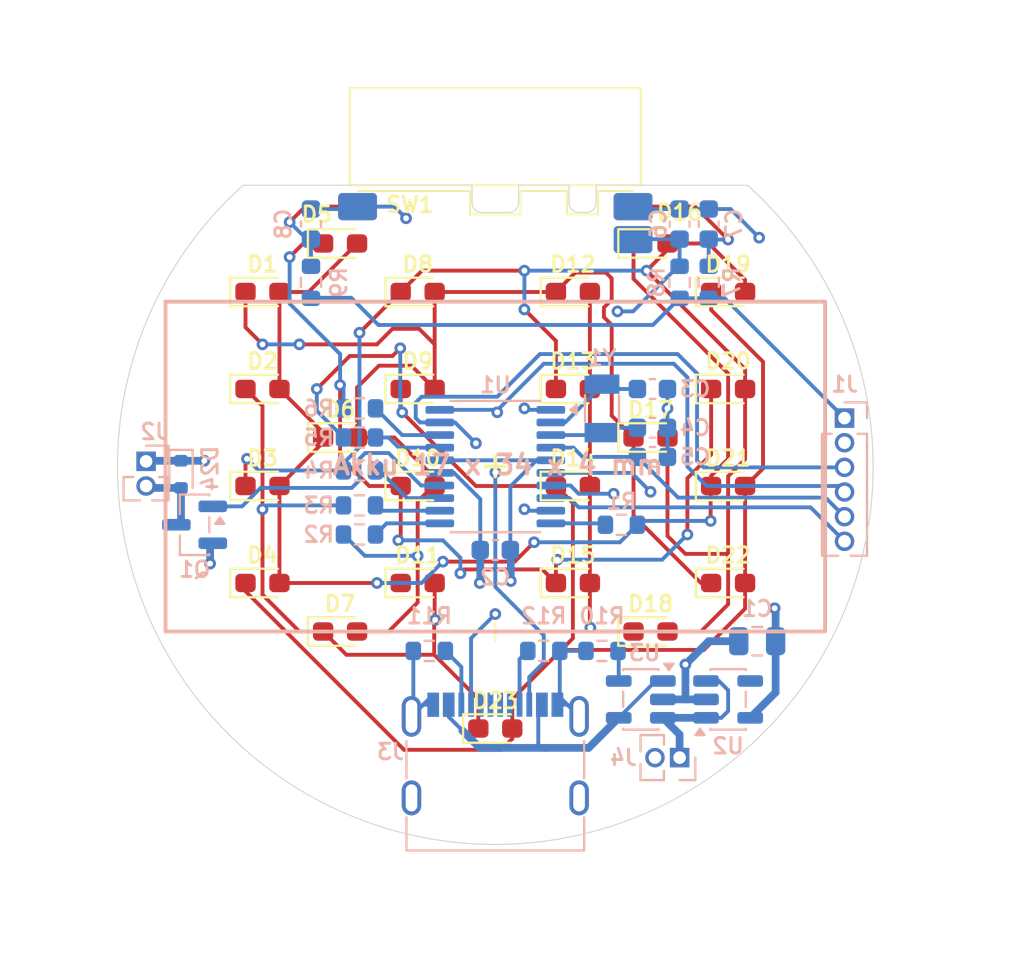
<source format=kicad_pcb>
(kicad_pcb (version 20241229) (generator "pcbnew") (generator_version "9.0")
  (title_block (title "LED Timer 2") (date "2025-10-19") (rev "0") (comment 1 "MEgli"))
  (layers (0 "F.Cu" signal) (4 "In1.Cu" signal) (6 "In2.Cu" signal) (2 "B.Cu" signal) (13 "F.Paste" user) (15 "B.Paste" user) (5 "F.SilkS" user "F.Silkscreen") (7 "B.SilkS" user "B.Silkscreen") (1 "F.Mask" user) (3 "B.Mask" user) (25 "Edge.Cuts" user))
  (net 0 "")
  (net 1 "Net-(D1-A)")
  (net 2 "Net-(D1-K)")
  (net 3 "Net-(D11-A)")
  (net 4 "Net-(D13-K)")
  (net 5 "Net-(D14-K)")
  (net 6 "Net-(D10-K)")
  (net 7 "VCC")
  (net 8 "GND")
  (net 9 "Net-(U1-PC14)")
  (net 10 "Net-(U1-PC15)")
  (net 11 "RST")
  (net 12 "ENC_B")
  (net 13 "ENC_A")
  (net 14 "ENC_BTN")
  (net 15 "+BATT")
  (net 16 "Net-(D24-A)")
  (net 17 "LPUART_TX")
  (net 18 "SWCLK")
  (net 19 "SWDIO")
  (net 20 "VIBRA")
  (net 21 "P1")
  (net 22 "P2")
  (net 23 "P3")
  (net 24 "P4")
  (net 25 "P5")
  (net 26 "P6")
  (net 29 "Net-(U3-CE)")
  (net 31 "Net-(J3-CC1)")
  (net 34 "Net-(J3-CC2)")
  (net 35 "Net-(U3-PROG)")
  (footprint "LED_SMD:LED_0603_1608Metric_Pad1.05x0.95mm_HandSolder" (layer "F.Cu") (at 158 100)
    (property "Reference" "D18")
    (property "Value" "LED")
  )
  (footprint "LED_SMD:LED_0603_1608Metric_Pad1.05x0.95mm_HandSolder" (layer "F.Cu") (at 142 90)
    (property "Reference" "D6")
    (property "Value" "LED")
  )
  (footprint "LED_SMD:LED_0603_1608Metric_Pad1.05x0.95mm_HandSolder" (layer "F.Cu") (at 154 87.5)
    (property "Reference" "D13")
    (property "Value" "LED")
  )
  (footprint "LED_SMD:LED_0603_1608Metric_Pad1.05x0.95mm_HandSolder" (layer "F.Cu") (at 154 92.5)
    (property "Reference" "D14")
    (property "Value" "LED")
  )
  (footprint "LED_SMD:LED_0603_1608Metric_Pad1.05x0.95mm_HandSolder" (layer "F.Cu") (at 138 82.5)
    (property "Reference" "D1")
    (property "Value" "LED")
  )
  (footprint "LED_SMD:LED_0603_1608Metric_Pad1.05x0.95mm_HandSolder" (layer "F.Cu") (at 162 82.5)
    (property "Reference" "D19")
    (property "Value" "LED")
  )
  (footprint "LED_SMD:LED_0603_1608Metric_Pad1.05x0.95mm_HandSolder" (layer "F.Cu") (at 150 105)
    (property "Reference" "D23")
    (property "Value" "LED")
  )
  (footprint "LT2:rotary_encoder_PEC11S-929K" (layer "F.Cu") (at 150 77)
    (property "Reference" "SW1")
    (property "Value" "RotaryEncoder_Switch")
  )
  (footprint "LED_SMD:LED_0603_1608Metric_Pad1.05x0.95mm_HandSolder" (layer "F.Cu") (at 146 97.5)
    (property "Reference" "D11")
    (property "Value" "LED")
  )
  (footprint "LED_SMD:LED_0603_1608Metric_Pad1.05x0.95mm_HandSolder" (layer "F.Cu") (at 158 90)
    (property "Reference" "D17")
    (property "Value" "LED")
  )
  (footprint "LED_SMD:LED_0603_1608Metric_Pad1.05x0.95mm_HandSolder" (layer "F.Cu") (at 158 80)
    (property "Reference" "D16")
    (property "Value" "LED")
  )
  (footprint "LED_SMD:LED_0603_1608Metric_Pad1.05x0.95mm_HandSolder" (layer "F.Cu") (at 146 82.5)
    (property "Reference" "D8")
    (property "Value" "LED")
  )
  (footprint "LED_SMD:LED_0603_1608Metric_Pad1.05x0.95mm_HandSolder" (layer "F.Cu") (at 138 92.5)
    (property "Reference" "D3")
    (property "Value" "LED")
  )
  (footprint "LED_SMD:LED_0603_1608Metric_Pad1.05x0.95mm_HandSolder" (layer "F.Cu") (at 162 97.5)
    (property "Reference" "D22")
    (property "Value" "LED")
  )
  (footprint "LED_SMD:LED_0603_1608Metric_Pad1.05x0.95mm_HandSolder" (layer "F.Cu") (at 162 92.5)
    (property "Reference" "D21")
    (property "Value" "LED")
  )
  (footprint "LED_SMD:LED_0603_1608Metric_Pad1.05x0.95mm_HandSolder" (layer "F.Cu") (at 138 97.5)
    (property "Reference" "D4")
    (property "Value" "LED")
  )
  (footprint "LED_SMD:LED_0603_1608Metric_Pad1.05x0.95mm_HandSolder" (layer "F.Cu") (at 162 87.5)
    (property "Reference" "D20")
    (property "Value" "LED")
  )
  (footprint "LED_SMD:LED_0603_1608Metric_Pad1.05x0.95mm_HandSolder" (layer "F.Cu") (at 142 100)
    (property "Reference" "D7")
    (property "Value" "LED")
  )
  (footprint "LED_SMD:LED_0603_1608Metric_Pad1.05x0.95mm_HandSolder" (layer "F.Cu") (at 154 82.5)
    (property "Reference" "D12")
    (property "Value" "LED")
  )
  (footprint "LED_SMD:LED_0603_1608Metric_Pad1.05x0.95mm_HandSolder" (layer "F.Cu") (at 146 92.5)
    (property "Reference" "D10")
    (property "Value" "LED")
  )
  (footprint "LED_SMD:LED_0603_1608Metric_Pad1.05x0.95mm_HandSolder" (layer "F.Cu") (at 138 87.5)
    (property "Reference" "D2")
    (property "Value" "LED")
  )
  (footprint "LED_SMD:LED_0603_1608Metric_Pad1.05x0.95mm_HandSolder" (layer "F.Cu") (at 142 80)
    (property "Reference" "D5")
    (property "Value" "LED")
  )
  (footprint "LED_SMD:LED_0603_1608Metric_Pad1.05x0.95mm_HandSolder" (layer "F.Cu") (at 154 97.5)
    (property "Reference" "D15")
    (property "Value" "LED")
  )
  (footprint "LED_SMD:LED_0603_1608Metric_Pad1.05x0.95mm_HandSolder" (layer "F.Cu") (at 146 87.5)
    (property "Reference" "D9")
    (property "Value" "LED")
  )
  (footprint "Resistor_SMD:R_0603_1608Metric" (layer "B.Cu") (at 155.5 101)
    (property "Reference" "R10")
    (property "Value" "10k")
  )
  (footprint "Resistor_SMD:R_0603_1608Metric" (layer "B.Cu") (at 152.5 101 180)
    (property "Reference" "R12")
    (property "Value" "5k1")
  )
  (footprint "Package_SO:TSSOP-20_4.4x6.5mm_P0.65mm" (layer "B.Cu") (at 150 91.5 180)
    (property "Reference" "U1")
    (property "Value" "STM32L031F6Px")
  )
  (footprint "Package_TO_SOT_SMD:SOT-23" (layer "B.Cu") (at 134.5 94.5 180)
    (property "Reference" "Q1")
    (property "Value" "2N7002")
  )
  (footprint "Connector_PinHeader_1.27mm:PinHeader_1x02_P1.27mm_Vertical" (layer "B.Cu") (at 159.5 106.5 90)
    (property "Reference" "J4")
    (property "Value" "Conn_01x02_Socket")
  )
  (footprint "Crystal:Crystal_SMD_3215-2Pin_3.2x1.5mm" (layer "B.Cu") (at 155.5 88.5 -90)
    (property "Reference" "Y1")
    (property "Value" "32kHz")
  )
  (footprint "Package_TO_SOT_SMD:SOT-23-5" (layer "B.Cu") (at 157.5 103.5 180)
    (property "Reference" "U3")
    (property "Value" "MCP73812T-420I-OT")
  )
  (footprint "Resistor_SMD:R_0603_1608Metric" (layer "B.Cu") (at 156.5 94.5)
    (property "Reference" "R1")
    (property "Value" "470R")
  )
  (footprint "Connector_USB:USB_C_Receptacle_G-Switch_GT-USB-7010ASV" (layer "B.Cu") (at 150 107.5 180)
    (property "Reference" "J3")
    (property "Value" "USB_C_Receptacle_USB2.0_16P")
  )
  (footprint "Capacitor_SMD:C_0603_1608Metric" (layer "B.Cu") (at 140.5 79 -90)
    (property "Reference" "C8")
    (property "Value" "1nF")
  )
  (footprint "Resistor_SMD:R_0603_1608Metric" (layer "B.Cu") (at 143 93.5 180)
    (property "Reference" "R3")
    (property "Value" "470R")
  )
  (footprint "Connector_PinHeader_1.27mm:PinHeader_1x02_P1.27mm_Vertical" (layer "B.Cu") (at 132 91.23 180)
    (property "Reference" "J2")
    (property "Value" "Conn_01x02_Socket")
  )
  (footprint "Capacitor_SMD:C_0603_1608Metric" (layer "B.Cu") (at 158.1 87.5 180)
    (property "Reference" "C3")
    (property "Value" "12pF")
  )
  (footprint "Capacitor_SMD:C_0603_1608Metric" (layer "B.Cu") (at 159.5 79 -90)
    (property "Reference" "C6")
    (property "Value" "1nF")
  )
  (footprint "Capacitor_SMD:C_0603_1608Metric" (layer "B.Cu") (at 161 79 -90)
    (property "Reference" "C7")
    (property "Value" "1nF")
  )
  (footprint "Resistor_SMD:R_0603_1608Metric" (layer "B.Cu") (at 143 88.5 180)
    (property "Reference" "R6")
    (property "Value" "470R")
  )
  (footprint "Resistor_SMD:R_0603_1608Metric" (layer "B.Cu") (at 161 82 90)
    (property "Reference" "R7")
    (property "Value" "100k")
  )
  (footprint "Resistor_SMD:R_0603_1608Metric" (layer "B.Cu") (at 143 90 180)
    (property "Reference" "R5")
    (property "Value" "470R")
  )
  (footprint "Capacitor_SMD:C_0603_1608Metric" (layer "B.Cu") (at 158.1 91)
    (property "Reference" "C5")
    (property "Value" "1nF")
  )
  (footprint "Connector_PinHeader_1.27mm:PinHeader_1x06_P1.27mm_Vertical" (layer "B.Cu") (at 168 89 180)
    (property "Reference" "J1")
    (property "Value" "Conn_01x06_Socket")
  )
  (footprint "Resistor_SMD:R_0603_1608Metric" (layer "B.Cu") (at 159.5 82 90)
    (property "Reference" "R8")
    (property "Value" "100k")
  )
  (footprint "Diode_SMD:D_SOD-523" (layer "B.Cu") (at 133.8 91.9 -90)
    (property "Reference" "D24")
    (property "Value" "1N914WT")
  )
  (footprint "Package_TO_SOT_SMD:SOT-23-5" (layer "B.Cu") (at 162 103.5)
    (property "Reference" "U2")
    (property "Value" "MCP1711-300/OT_SOT23-5")
  )
  (footprint "Resistor_SMD:R_0603_1608Metric" (layer "B.Cu") (at 143 95 180)
    (property "Reference" "R2")
    (property "Value" "470R")
  )
  (footprint "Resistor_SMD:R_0603_1608Metric" (layer "B.Cu") (at 143 91.7 180)
    (property "Reference" "R4")
    (property "Value" "470R")
  )
  (footprint "Resistor_SMD:R_0603_1608Metric" (layer "B.Cu") (at 146.6 101)
    (property "Reference" "R11")
    (property "Value" "5k1")
  )
  (footprint "Capacitor_SMD:C_0603_1608Metric" (layer "B.Cu") (at 150 95.8 180)
    (property "Reference" "C2")
    (property "Value" "100nF")
  )
  (footprint "Resistor_SMD:R_0603_1608Metric" (layer "B.Cu") (at 140.5 82 90)
    (property "Reference" "R9")
    (property "Value" "100k")
  )
  (footprint "Capacitor_SMD:C_0603_1608Metric" (layer "B.Cu") (at 158.1 89.5 180)
    (property "Reference" "C4")
    (property "Value" "12pF")
  )
  (footprint "Capacitor_SMD:C_0805_2012Metric" (layer "B.Cu") (at 163.5 100.5 180)
    (property "Reference" "C1")
    (property "Value" "10uF")
  )
  (gr_line (start 149.5 100) (end 150.5 100) (stroke (width 0.1)) (layer "F.SilkS"))
  (gr_rect (start 142.5 72) (end 157.5 77) (stroke (width 0.1)) (fill no) (layer "F.SilkS"))
  (gr_line (start 150 92) (end 150 91) (stroke (width 0.2)) (layer "F.SilkS"))
  (gr_line (start 150 100.5) (end 150 99.5) (stroke (width 0.1)) (layer "F.SilkS"))
  (gr_line (start 150.5 91.5) (end 149.5 91.5) (stroke (width 0.2)) (layer "F.SilkS"))
  (gr_rect (start 133 83) (end 167 100) (stroke (width 0.2)) (fill no) (layer "B.SilkS"))
  (gr_line (start 153.8 77) (end 151.2 77) (stroke (width 0.05)) (layer "Edge.Cuts"))
  (gr_arc (start 163 77.000001) (mid 150 110.974341) (end 137.000001 77.000001) (stroke (width 0.05)) (layer "Edge.Cuts"))
  (gr_line (start 153.8 77) (end 153.8 77.9) (stroke (width 0.05)) (layer "Edge.Cuts"))
  (gr_line (start 148.8 77) (end 148.8 77.9) (stroke (width 0.05)) (layer "Edge.Cuts"))
  (gr_arc (start 154.3 78.4) (mid 153.946447 78.253553) (end 153.8 77.9) (stroke (width 0.05)) (layer "Edge.Cuts"))
  (gr_arc (start 151.2 77.9) (mid 151.053553 78.253553) (end 150.7 78.4) (stroke (width 0.05)) (layer "Edge.Cuts"))
  (gr_line (start 149.3 78.4) (end 150.7 78.4) (stroke (width 0.05)) (layer "Edge.Cuts"))
  (gr_line (start 151.2 77.9) (end 151.2 77) (stroke (width 0.05)) (layer "Edge.Cuts"))
  (gr_arc (start 149.3 78.4) (mid 148.946447 78.253553) (end 148.8 77.9) (stroke (width 0.05)) (layer "Edge.Cuts"))
  (gr_arc (start 155.2 77.9) (mid 155.053553 78.253553) (end 154.7 78.4) (stroke (width 0.05)) (layer "Edge.Cuts"))
  (gr_line (start 155.2 77.9) (end 155.2 77) (stroke (width 0.05)) (layer "Edge.Cuts"))
  (gr_line (start 163 77) (end 155.2 77) (stroke (width 0.05)) (layer "Edge.Cuts"))
  (gr_line (start 154.3 78.4) (end 154.7 78.4) (stroke (width 0.05)) (layer "Edge.Cuts"))
  (gr_line (start 148.8 77) (end 137 77) (stroke (width 0.05)) (layer "Edge.Cuts"))
  (gr_text "Akku 17 x 34 x 4 mm" (at 141.5 92 0) (layer "B.SilkS") (effects (font (size 1 1) (thickness 0.2)) (justify left bottom)))
  (segment (start 138.875 97.5) (end 138.875 92.5) (width 0.2) (layer "F.Cu") (net 1))
  (segment (start 141.125 90) (end 141.125 90.25) (width 0.2) (layer "F.Cu") (net 1))
  (segment (start 161.1 94.3) (end 161.1 92.525) (width 0.2) (layer "F.Cu") (net 1))
  (segment (start 162 86.7) (end 157.125 81.825) (width 0.2) (layer "F.Cu") (net 1))
  (segment (start 151 96.4) (end 152 95.4) (width 0.2) (layer "F.Cu") (net 1))
  (segment (start 162 91.1) (end 162 86.7) (width 0.2) (layer "F.Cu") (net 1))
  (segment (start 161.125 92.5) (end 161.125 91.975) (width 0.2) (layer "F.Cu") (net 1))
  (segment (start 147.3 96.4) (end 151 96.4) (width 0.2) (layer "F.Cu") (net 1))
  (segment (start 140.375 82.5) (end 138.875 82.5) (width 0.2) (layer "F.Cu") (net 1))
  (segment (start 138.875 87.5) (end 138.875 82.5) (width 0.2) (layer "F.Cu") (net 1))
  (segment (start 141.125 89.75) (end 141.125 90) (width 0.2) (layer "F.Cu") (net 1))
  (segment (start 141.125 90.25) (end 138.875 92.5) (width 0.2) (layer "F.Cu") (net 1))
  (segment (start 145.125 97.5) (end 138.875 97.5) (width 0.2) (layer "F.Cu") (net 1))
  (segment (start 142.875 80) (end 140.375 82.5) (width 0.2) (layer "F.Cu") (net 1))
  (segment (start 138.875 87.5) (end 141.125 89.75) (width 0.2) (layer "F.Cu") (net 1))
  (segment (start 161.1 92.525) (end 161.125 92.5) (width 0.2) (layer "F.Cu") (net 1))
  (segment (start 157.125 81.825) (end 157.125 80) (width 0.2) (layer "F.Cu") (net 1))
  (segment (start 161.125 91.975) (end 162 91.1) (width 0.2) (layer "F.Cu") (net 1))
  (via (at 147.3 96.4) (size 0.6) (drill 0.3) (layers "F.Cu" "B.Cu") (net 1))
  (via (at 152 95.4) (size 0.6) (drill 0.3) (layers "F.Cu" "B.Cu") (net 1))
  (via (at 161.1 94.3) (size 0.6) (drill 0.3) (layers "F.Cu" "B.Cu") (net 1))
  (via (at 143.9 97.5) (size 0.6) (drill 0.3) (layers "F.Cu" "B.Cu") (net 1))
  (segment (start 156.425 95.4) (end 155.3 95.4) (width 0.2) (layer "B.Cu") (net 1))
  (segment (start 157.325 94.5) (end 156.425 95.4) (width 0.2) (layer "B.Cu") (net 1))
  (segment (start 147.3 96.4) (end 146.2 97.5) (width 0.2) (layer "B.Cu") (net 1))
  (segment (start 146.2 97.5) (end 143.9 97.5) (width 0.2) (layer "B.Cu") (net 1))
  (segment (start 155.3 95.4) (end 152 95.4) (width 0.2) (layer "B.Cu") (net 1))
  (segment (start 161.1 94.3) (end 157.525 94.3) (width 0.2) (layer "B.Cu") (net 1))
  (segment (start 157.525 94.3) (end 157.325 94.5) (width 0.2) (layer "B.Cu") (net 1))
  (segment (start 146.875 87.5) (end 145.675 86.3) (width 0.2) (layer "F.Cu") (net 2))
  (segment (start 144.7 84.4) (end 146.075 84.4) (width 0.2) (layer "F.Cu") (net 2))
  (segment (start 156 88.875) (end 157.125 90) (width 0.2) (layer "F.Cu") (net 2))
  (segment (start 146.875 82.5) (end 146.875 85.2) (width 0.2) (layer "F.Cu") (net 2))
  (segment (start 156 81.8) (end 156 82.9) (width 0.2) (layer "F.Cu") (net 2))
  (segment (start 146.875 92.5) (end 146.875 92.075) (width 0.2) (layer "F.Cu") (net 2))
  (segment (start 153.125 82.5) (end 146.875 82.5) (width 0.2) (layer "F.Cu") (net 2))
  (segment (start 146.075 84.4) (end 146.875 85.2) (width 0.2) (layer "F.Cu") (net 2))
  (segment (start 144.8 90) (end 142.875 90) (width 0.2) (layer "F.Cu") (net 2))
  (segment (start 155.7 81.5) (end 156 81.8) (width 0.2) (layer "F.Cu") (net 2))
  (segment (start 153.125 82.5) (end 154.125 81.5) (width 0.2) (layer "F.Cu") (net 2))
  (segment (start 142.875 87.425) (end 142.875 90) (width 0.2) (layer "F.Cu") (net 2))
  (segment (start 137.125 82.5) (end 137.125 84.325) (width 0.2) (layer "F.Cu") (net 2))
  (segment (start 142.875 100) (end 144.5 100) (width 0.2) (layer "F.Cu") (net 2))
  (segment (start 157.125 94.025) (end 157.125 90) (width 0.2) (layer "F.Cu") (net 2))
  (segment (start 146 98.5) (end 146 93.3) (width 0.2) (layer "F.Cu") (net 2))
  (segment (start 156 82.9) (end 155.6 83.3) (width 0.2) (layer "F.Cu") (net 2))
  (segment (start 154.125 81.5) (end 155.7 81.5) (width 0.2) (layer "F.Cu") (net 2))
  (segment (start 144.5 100) (end 146 98.5) (width 0.2) (layer "F.Cu") (net 2))
  (segment (start 156 84.2) (end 156 88.875) (width 0.2) (layer "F.Cu") (net 2))
  (segment (start 155.6 83.8) (end 156 84.2) (width 0.2) (layer "F.Cu") (net 2))
  (segment (start 139.9 85.2) (end 143.9 85.2) (width 0.2) (layer "F.Cu") (net 2))
  (segment (start 155.6 83.3) (end 155.6 83.8) (width 0.2) (layer "F.Cu") (net 2))
  (segment (start 144 86.3) (end 142.875 87.425) (width 0.2) (layer "F.Cu") (net 2))
  (segment (start 160.6 97.5) (end 157.125 94.025) (width 0.2) (layer "F.Cu") (net 2))
  (segment (start 146.875 92.075) (end 144.8 90) (width 0.2) (layer "F.Cu") (net 2))
  (segment (start 143.9 85.2) (end 144.7 84.4) (width 0.2) (layer "F.Cu") (net 2))
  (segment (start 145.675 86.3) (end 144 86.3) (width 0.2) (layer "F.Cu") (net 2))
  (segment (start 137.125 84.325) (end 138 85.2) (width 0.2) (layer "F.Cu") (net 2))
  (segment (start 146.875 85.2) (end 146.875 87.5) (width 0.2) (layer "F.Cu") (net 2))
  (segment (start 161.125 97.5) (end 160.6 97.5) (width 0.2) (layer "F.Cu") (net 2))
  (segment (start 146 93.3) (end 146.8 92.5) (width 0.2) (layer "F.Cu") (net 2))
  (segment (start 146.8 92.5) (end 146.875 92.5) (width 0.2) (layer "F.Cu") (net 2))
  (via (at 138 85.2) (size 0.6) (drill 0.3) (layers "F.Cu" "B.Cu") (net 2))
  (via (at 146 96.1) (size 0.6) (drill 0.3) (layers "F.Cu" "B.Cu") (net 2))
  (via (at 139.9 85.2) (size 0.6) (drill 0.3) (layers "F.Cu" "B.Cu") (net 2))
  (segment (start 142.175 95) (end 143.275 96.1) (width 0.2) (layer "B.Cu") (net 2))
  (segment (start 138 85.2) (end 139.9 85.2) (width 0.2) (layer "B.Cu") (net 2))
  (segment (start 143.275 96.1) (end 146 96.1) (width 0.2) (layer "B.Cu") (net 2))
  (segment (start 137.125 87.5) (end 138 88.375) (width 0.2) (layer "F.Cu") (net 3))
  (segment (start 155.1 100) (end 154.9 99.8) (width 0.2) (layer "F.Cu") (net 3))
  (segment (start 154.875 97.5) (end 154.875 99.775) (width 0.2) (layer "F.Cu") (net 3))
  (segment (start 149.125 103.475) (end 146.85 101.2) (width 0.2) (layer "F.Cu") (net 3))
  (segment (start 146.875 99.375) (end 146.9 99.4) (width 0.2) (layer "F.Cu") (net 3))
  (segment (start 154.875 97.5) (end 154.875 87.5) (width 0.2) (layer "F.Cu") (net 3))
  (segment (start 146.85 101.2) (end 146.85 99.45) (width 0.2) (layer "F.Cu") (net 3))
  (segment (start 139.9 100) (end 141.125 100) (width 0.2) (layer "F.Cu") (net 3))
  (segment (start 149.125 105) (end 149.125 103.475) (width 0.2) (layer "F.Cu") (net 3))
  (segment (start 138 88.375) (end 138 98.1) (width 0.2) (layer "F.Cu") (net 3))
  (segment (start 142.325 101.2) (end 146.85 101.2) (width 0.2) (layer "F.Cu") (net 3))
  (segment (start 157.125 100) (end 155.1 100) (width 0.2) (layer "F.Cu") (net 3))
  (segment (start 146.875 97.5) (end 146.875 99.375) (width 0.2) (layer "F.Cu") (net 3))
  (segment (start 154.875 99.775) (end 154.9 99.8) (width 0.2) (layer "F.Cu") (net 3))
  (segment (start 154.875 82.5) (end 154.875 87.5) (width 0.2) (layer "F.Cu") (net 3))
  (segment (start 138 98.1) (end 139.9 100) (width 0.2) (layer "F.Cu") (net 3))
  (segment (start 146.85 99.45) (end 146.9 99.4) (width 0.2) (layer "F.Cu") (net 3))
  (segment (start 141.125 100) (end 142.325 101.2) (width 0.2) (layer "F.Cu") (net 3))
  (via (at 146.9 99.4) (size 0.6) (drill 0.3) (layers "F.Cu" "B.Cu") (net 3))
  (via (at 154.9 99.8) (size 0.6) (drill 0.3) (layers "F.Cu" "B.Cu") (net 3))
  (via (at 138 93.7) (size 0.6) (drill 0.3) (layers "F.Cu" "B.Cu") (net 3))
  (segment (start 142.175 93.5) (end 138.2 93.5) (width 0.2) (layer "B.Cu") (net 3))
  (segment (start 138.2 93.5) (end 138 93.7) (width 0.2) (layer "B.Cu") (net 3))
  (segment (start 162 96) (end 159.8 96) (width 0.2) (layer "F.Cu") (net 4))
  (segment (start 158.875 95.075) (end 158.875 90) (width 0.2) (layer "F.Cu") (net 4))
  (segment (start 160.6 100) (end 158.875 100) (width 0.2) (layer "F.Cu") (net 4))
  (segment (start 137.125 92.5) (end 137.125 91.175) (width 0.2) (layer "F.Cu") (net 4))
  (segment (start 162 96) (end 162 98.6) (width 0.2) (layer "F.Cu") (net 4))
  (segment (start 162.875 87.5) (end 162.875 86.475) (width 0.2) (layer "F.Cu") (net 4))
  (segment (start 162.875 86.475) (end 158.875 82.475) (width 0.2) (layer "F.Cu") (net 4))
  (segment (start 158.875 82.475) (end 157.8 81.4) (width 0.2) (layer "F.Cu") (net 4))
  (segment (start 153.125 85.025) (end 151.5 83.4) (width 0.2) (layer "F.Cu") (net 4))
  (segment (start 143 84.6) (end 145.1 82.5) (width 0.2) (layer "F.Cu") (net 4))
  (segment (start 162.875 82.5) (end 162.875 81.875) (width 0.2) (layer "F.Cu") (net 4))
  (segment (start 159.8 96) (end 158.875 95.075) (width 0.2) (layer "F.Cu") (net 4))
  (segment (start 162.875 81.875) (end 161 80) (width 0.2) (layer "F.Cu") (net 4))
  (segment (start 158.875 80.325) (end 157.8 81.4) (width 0.2) (layer "F.Cu") (net 4))
  (segment (start 151.5 81.4) (end 146.225 81.4) (width 0.2) (layer "F.Cu") (net 4))
  (segment (start 162.875 87.5) (end 162.875 91.125) (width 0.2) (layer "F.Cu") (net 4))
  (segment (start 162.875 91.125) (end 162 92) (width 0.2) (layer "F.Cu") (net 4))
  (segment (start 146.225 81.4) (end 145.125 82.5) (width 0.2) (layer "F.Cu") (net 4))
  (segment (start 145.1 82.5) (end 145.125 82.5) (width 0.2) (layer "F.Cu") (net 4))
  (segment (start 137.125 91.175) (end 137.2 91.1) (width 0.2) (layer "F.Cu") (net 4))
  (segment (start 161 80) (end 158.875 80) (width 0.2) (layer "F.Cu") (net 4))
  (segment (start 158.875 80) (end 158.875 80.325) (width 0.2) (layer "F.Cu") (net 4))
  (segment (start 162 98.6) (end 160.6 100) (width 0.2) (layer "F.Cu") (net 4))
  (segment (start 153.125 87.5) (end 153.125 85.025) (width 0.2) (layer "F.Cu") (net 4))
  (segment (start 162 92) (end 162 96) (width 0.2) (layer "F.Cu") (net 4))
  (via (at 151.5 81.4) (size 0.6) (drill 0.3) (layers "F.Cu" "B.Cu") (net 4))
  (via (at 151.5 83.4) (size 0.6) (drill 0.3) (layers "F.Cu" "B.Cu") (net 4))
  (via (at 157.8 81.4) (size 0.6) (drill 0.3) (layers "F.Cu" "B.Cu") (net 4))
  (via (at 137.2 91.1) (size 0.6) (drill 0.3) (layers "F.Cu" "B.Cu") (net 4))
  (via (at 143 84.6) (size 0.6) (drill 0.3) (layers "F.Cu" "B.Cu") (net 4))
  (segment (start 142.175 91.7) (end 137.8 91.7) (width 0.2) (layer "B.Cu") (net 4))
  (segment (start 142.175 91.325) (end 142.175 91.7) (width 0.2) (layer "B.Cu") (net 4))
  (segment (start 137.8 91.7) (end 137.2 91.1) (width 0.2) (layer "B.Cu") (net 4))
  (segment (start 151.5 83.4) (end 151.5 81.4) (width 0.2) (layer "B.Cu") (net 4))
  (segment (start 143 84.6) (end 143 90.5) (width 0.2) (layer "B.Cu") (net 4))
  (segment (start 143 90.5) (end 142.175 91.325) (width 0.2) (layer "B.Cu") (net 4))
  (segment (start 151.5 81.4) (end 157.8 81.4) (width 0.2) (layer "B.Cu") (net 4))
  (segment (start 162.875 97.5) (end 162.875 98.825) (width 0.2) (layer "F.Cu") (net 5))
  (segment (start 145.3 106.1) (end 137.125 97.925) (width 0.2) (layer "F.Cu") (net 5))
  (segment (start 161.125 83.425) (end 163.8 86.1) (width 0.2) (layer "F.Cu") (net 5))
  (segment (start 150.875 105) (end 150.875 105.525) (width 0.2) (layer "F.Cu") (net 5))
  (segment (start 150.875 103.474943) (end 150.875 105) (width 0.2) (layer "F.Cu") (net 5))
  (segment (start 154 93.375) (end 154 100.349943) (width 0.2) (layer "F.Cu") (net 5))
  (segment (start 162.875 98.825) (end 160.750057 100.949943) (width 0.2) (layer "F.Cu") (net 5))
  (segment (start 162.9 92.5) (end 162.875 92.5) (width 0.2) (layer "F.Cu") (net 5))
  (segment (start 142.5 85.8) (end 144.7 85.8) (width 0.2) (layer "F.Cu") (net 5))
  (segment (start 161.125 82.5) (end 161.125 83.425) (width 0.2) (layer "F.Cu") (net 5))
  (segment (start 150.3 106.1) (end 145.3 106.1) (width 0.2) (layer "F.Cu") (net 5))
  (segment (start 149 92.5) (end 145.2 88.7) (width 0.2) (layer "F.Cu") (net 5))
  (segment (start 145.125 87.5) (end 145.125 88.625) (width 0.2) (layer "F.Cu") (net 5))
  (segment (start 154 100.349943) (end 153.4 100.949943) (width 0.2) (layer "F.Cu") (net 5))
  (segment (start 140.8 87.5) (end 142.5 85.8) (width 0.2) (layer "F.Cu") (net 5))
  (segment (start 144.7 85.8) (end 145.1 85.4) (width 0.2) (layer "F.Cu") (net 5))
  (segment (start 163.8 86.1) (end 163.8 91.6) (width 0.2) (layer "F.Cu") (net 5))
  (segment (start 162.875 97.5) (end 162.875 92.5) (width 0.2) (layer "F.Cu") (net 5))
  (segment (start 160.750057 100.949943) (end 153.4 100.949943) (width 0.2) (layer "F.Cu") (net 5))
  (segment (start 153.125 92.5) (end 149 92.5) (width 0.2) (layer "F.Cu") (net 5))
  (segment (start 153.4 100.949943) (end 150.875 103.474943) (width 0.2) (layer "F.Cu") (net 5))
  (segment (start 163.8 91.6) (end 162.9 92.5) (width 0.2) (layer "F.Cu") (net 5))
  (segment (start 153.125 92.5) (end 154 93.375) (width 0.2) (layer "F.Cu") (net 5))
  (segment (start 145.125 88.625) (end 145.2 88.7) (width 0.2) (layer "F.Cu") (net 5))
  (segment (start 150.875 105.525) (end 150.3 106.1) (width 0.2) (layer "F.Cu") (net 5))
  (segment (start 137.125 97.925) (end 137.125 97.5) (width 0.2) (layer "F.Cu") (net 5))
  (via (at 145.2 88.7) (size 0.6) (drill 0.3) (layers "F.Cu" "B.Cu") (net 5))
  (via (at 140.8 87.5) (size 0.6) (drill 0.3) (layers "F.Cu" "B.Cu") (net 5))
  (via (at 145.1 85.4) (size 0.6) (drill 0.3) (layers "F.Cu" "B.Cu") (net 5))
  (segment (start 140.8 88.625) (end 140.8 87.5) (width 0.2) (layer "B.Cu") (net 5))
  (segment (start 145.1 88.6) (end 145.2 88.7) (width 0.2) (layer "B.Cu") (net 5))
  (segment (start 145.1 85.4) (end 145.1 88.6) (width 0.2) (layer "B.Cu") (net 5))
  (segment (start 142.175 90) (end 140.8 88.625) (width 0.2) (layer "B.Cu") (net 5))
  (segment (start 161.125 90.875) (end 159.9 92.1) (width 0.2) (layer "F.Cu") (net 6))
  (segment (start 152.425 96.8) (end 153.125 97.5) (width 0.2) (layer "F.Cu") (net 6))
  (segment (start 153.125 96.375) (end 153.2 96.3) (width 0.2) (layer "F.Cu") (net 6))
  (segment (start 145.125 95.175) (end 145 95.3) (width 0.2) (layer "F.Cu") (net 6))
  (segment (start 145.125 92.5) (end 145.125 95.175) (width 0.2) (layer "F.Cu") (net 6))
  (segment (start 145.125 92.5) (end 143.5 92.5) (width 0.2) (layer "F.Cu") (net 6))
  (segment (start 140.1 80) (end 139.4 80.7) (width 0.2) (layer "F.Cu") (net 6))
  (segment (start 143.5 92.5) (end 142 91) (width 0.2) (layer "F.Cu") (net 6))
  (segment (start 142 91) (end 142 89.6) (width 0.2) (layer "F.Cu") (net 6))
  (segment (start 142 89.6) (end 142 87.3) (width 0.2) (layer "F.Cu") (net 6))
  (segment (start 148.2 97) (end 148.4 96.8) (width 0.2) (layer "F.Cu") (net 6))
  (segment (start 148.4 96.8) (end 152.425 96.8) (width 0.2) (layer "F.Cu") (net 6))
  (segment (start 161.125 87.5) (end 161.125 90.875) (width 0.2) (layer "F.Cu") (net 6))
  (segment (start 141.125 80) (end 140.1 80) (width 0.2) (layer "F.Cu") (net 6))
  (segment (start 153.125 97.5) (end 153.125 96.375) (width 0.2) (layer "F.Cu") (net 6))
  (segment (start 159.9 92.1) (end 159.9 95) (width 0.2) (layer "F.Cu") (net 6))
  (via (at 153.2 96.3) (size 0.6) (drill 0.3) (layers "F.Cu" "B.Cu") (net 6))
  (via (at 159.9 95) (size 0.6) (drill 0.3) (layers "F.Cu" "B.Cu") (net 6))
  (via (at 148.2 97) (size 0.6) (drill 0.3) (layers "F.Cu" "B.Cu") (net 6))
  (via (at 145 95.3) (size 0.6) (drill 0.3) (layers "F.Cu" "B.Cu") (net 6))
  (via (at 139.4 80.7) (size 0.6) (drill 0.3) (layers "F.Cu" "B.Cu") (net 6))
  (via (at 142 87.3) (size 0.6) (drill 0.3) (layers "F.Cu" "B.Cu") (net 6))
  (segment (start 158.6 96.3) (end 153.2 96.3) (width 0.2) (layer "B.Cu") (net 6))
  (segment (start 147.3 95.3) (end 145 95.3) (width 0.2) (layer "B.Cu") (net 6))
  (segment (start 142 85.7) (end 139.4 83.1) (width 0.2) (layer "B.Cu") (net 6))
  (segment (start 148.2 97) (end 148.2 96.2) (width 0.2) (layer "B.Cu") (net 6))
  (segment (start 159.9 95) (end 158.6 96.3) (width 0.2) (layer "B.Cu") (net 6))
  (segment (start 142.175 87.475) (end 142 87.3) (width 0.2) (layer "B.Cu") (net 6))
  (segment (start 148.2 96.2) (end 147.3 95.3) (width 0.2) (layer "B.Cu") (net 6))
  (segment (start 139.4 83.1) (end 139.4 80.7) (width 0.2) (layer "B.Cu") (net 6))
  (segment (start 142.175 88.5) (end 142.175 87.475) (width 0.2) (layer "B.Cu") (net 6))
  (segment (start 142 87.3) (end 142 85.7) (width 0.2) (layer "B.Cu") (net 6))
  (via (at 150.8 97.4) (size 0.6) (drill 0.3) (layers "F.Cu" "B.Cu") (net 7))
  (via (at 164.4 98.8) (size 0.6) (drill 0.3) (layers "F.Cu" "B.Cu") (net 7))
  (segment (start 158.125 84.2) (end 159.5 82.825) (width 0.2) (layer "B.Cu") (net 7))
  (segment (start 161 82.825) (end 161.825 82.825) (width 0.2) (layer "B.Cu") (net 7))
  (segment (start 140.5 82.825) (end 140.525 82.8) (width 0.2) (layer "B.Cu") (net 7))
  (segment (start 142.574971 82.8) (end 143.974971 84.2) (width 0.2) (layer "B.Cu") (net 7))
  (segment (start 150.775 95.8) (end 150.775 92.525001) (width 0.2) (layer "B.Cu") (net 7))
  (segment (start 147.1375 91.175) (end 152.8625 91.175) (width 0.2) (layer "B.Cu") (net 7))
  (segment (start 150.775 92.525001) (end 152.125001 91.175) (width 0.2) (layer "B.Cu") (net 7))
  (segment (start 159.5 82.825) (end 161 82.825) (width 0.2) (layer "B.Cu") (net 7))
  (segment (start 164.45 103.1375) (end 164.45 100.5) (width 0.4) (layer "B.Cu") (net 7))
  (segment (start 150.8 95.825) (end 150.775 95.8) (width 0.4) (layer "B.Cu") (net 7))
  (segment (start 163.1375 104.45) (end 164.45 103.1375) (width 0.4) (layer "B.Cu") (net 7))
  (segment (start 164.45 100.5) (end 164.45 98.85) (width 0.4) (layer "B.Cu") (net 7))
  (segment (start 161.825 82.825) (end 168 89) (width 0.2) (layer "B.Cu") (net 7))
  (segment (start 150.8 97.4) (end 150.8 95.825) (width 0.4) (layer "B.Cu") (net 7))
  (segment (start 140.525 82.8) (end 142.574971 82.8) (width 0.2) (layer "B.Cu") (net 7))
  (segment (start 164.45 98.85) (end 164.4 98.8) (width 0.4) (layer "B.Cu") (net 7))
  (segment (start 152.125001 91.175) (end 152.8625 91.175) (width 0.2) (layer "B.Cu") (net 7))
  (segment (start 143.974971 84.2) (end 158.125 84.2) (width 0.2) (layer "B.Cu") (net 7))
  (via (at 158.875 88.5) (size 0.6) (drill 0.3) (layers "F.Cu" "B.Cu") (net 8))
  (via (at 163.6 79.7) (size 0.6) (drill 0.3) (layers "F.Cu" "B.Cu") (net 8))
  (via (at 145.4 78.7) (size 0.6) (drill 0.3) (layers "F.Cu" "B.Cu") (net 8))
  (via (at 159.8 101.7) (size 0.6) (drill 0.3) (layers "F.Cu" "B.Cu") (net 8))
  (via (at 149.2 97.5) (size 0.6) (drill 0.3) (layers "F.Cu" "B.Cu") (net 8))
  (via (at 151.5 88.5) (size 0.6) (drill 0.3) (layers "F.Cu" "B.Cu") (net 8))
  (via (at 135.3 96.5) (size 0.6) (drill 0.3) (layers "F.Cu" "B.Cu") (net 8))
  (segment (start 161 78.225) (end 157.225 78.225) (width 0.2) (layer "B.Cu") (net 8))
  (segment (start 145.775 101) (end 145.775 104.28) (width 0.2) (layer "B.Cu") (net 8))
  (segment (start 135.4375 95.45) (end 135.3 95.5875) (width 0.2) (layer "B.Cu") (net 8))
  (segment (start 162.125 78.225) (end 163.6 79.7) (width 0.2) (layer "B.Cu") (net 8))
  (segment (start 158.875 91) (end 158.875 88.5) (width 0.2) (layer "B.Cu") (net 8))
  (segment (start 149.225 95.8) (end 149.225 97.475) (width 0.4) (layer "B.Cu") (net 8))
  (segment (start 149.225 93.175001) (end 147.874999 91.825) (width 0.2) (layer "B.Cu") (net 8))
  (segment (start 140.5 78.225) (end 142.775 78.225) (width 0.2) (layer "B.Cu") (net 8))
  (segment (start 153.325 101) (end 153.325 103.38) (width 0.2) (layer "B.Cu") (net 8))
  (segment (start 161 78.225) (end 162.125 78.225) (width 0.2) (layer "B.Cu") (net 8))
  (segment (start 151.625 88.575) (end 152.8625 88.575) (width 0.2) (layer "B.Cu") (net 8))
  (segment (start 151.55 88.5) (end 151.625 88.575) (width 0.2) (layer "B.Cu") (net 8))
  (segment (start 153.325 103.38) (end 154.32 104.375) (width 0.2) (layer "B.Cu") (net 8))
  (segment (start 149.225 97.475) (end 149.2 97.5) (width 0.2) (layer "B.Cu") (net 8))
  (segment (start 146.8 103.775) (end 146.28 103.775) (width 0.2) (layer "B.Cu") (net 8))
  (segment (start 145.775 104.28) (end 145.68 104.375) (width 0.2) (layer "B.Cu") (net 8))
  (segment (start 151.5 88.5) (end 151.55 88.5) (width 0.2) (layer "B.Cu") (net 8))
  (segment (start 147.874999 91.825) (end 147.1375 91.825) (width 0.2) (layer "B.Cu") (net 8))
  (segment (start 159.8 103.5) (end 159.8 101.7) (width 0.4) (layer "B.Cu") (net 8))
  (segment (start 161 100.5) (end 162.55 100.5) (width 0.4) (layer "B.Cu") (net 8))
  (segment (start 158.6375 103.5) (end 159.8 103.5) (width 0.4) (layer "B.Cu") (net 8))
  (segment (start 149.225 95.8) (end 149.225 93.175001) (width 0.2) (layer "B.Cu") (net 8))
  (segment (start 153.72 103.775) (end 154.32 104.375) (width 0.2) (layer "B.Cu") (net 8))
  (segment (start 146.28 103.775) (end 145.68 104.375) (width 0.2) (layer "B.Cu") (net 8))
  (segment (start 153.2 103.775) (end 153.72 103.775) (width 0.2) (layer "B.Cu") (net 8))
  (segment (start 157.225 78.225) (end 157.1 78.1) (width 0.2) (layer "B.Cu") (net 8))
  (segment (start 154.675 101) (end 153.325 101) (width 0.2) (layer "B.Cu") (net 8))
  (segment (start 158.875 88.5) (end 158.875 87.5) (width 0.2) (layer "B.Cu") (net 8))
  (segment (start 145.4 78.7) (end 144.8 78.1) (width 0.2) (layer "B.Cu") (net 8))
  (segment (start 159.8 101.7) (end 161 100.5) (width 0.4) (layer "B.Cu") (net 8))
  (segment (start 135.3 95.5875) (end 135.3 96.5) (width 0.4) (layer "B.Cu") (net 8))
  (segment (start 146.675 103.38) (end 145.68 104.375) (width 0.2) (layer "B.Cu") (net 8))
  (segment (start 159.8 103.5) (end 160.8625 103.5) (width 0.4) (layer "B.Cu") (net 8))
  (segment (start 144.8 78.1) (end 142.9 78.1) (width 0.2) (layer "B.Cu") (net 8))
  (segment (start 142.775 78.225) (end 142.9 78.1) (width 0.2) (layer "B.Cu") (net 8))
  (segment (start 155.5 87.324999) (end 155.5 87.25) (width 0.2) (layer "B.Cu") (net 9))
  (segment (start 157.325 87.5) (end 155.75 87.5) (width 0.2) (layer "B.Cu") (net 9))
  (segment (start 155.75 87.5) (end 155.5 87.25) (width 0.2) (layer "B.Cu") (net 9))
  (segment (start 153.599999 89.225) (end 155.5 87.324999) (width 0.2) (layer "B.Cu") (net 9))
  (segment (start 152.8625 89.225) (end 153.599999 89.225) (width 0.2) (layer "B.Cu") (net 9))
  (segment (start 155.5 89.75) (end 155.75 89.5) (width 0.2) (layer "B.Cu") (net 10))
  (segment (start 155.375 89.875) (end 155.5 89.75) (width 0.2) (layer "B.Cu") (net 10))
  (segment (start 152.8625 89.875) (end 155.375 89.875) (width 0.2) (layer "B.Cu") (net 10))
  (segment (start 155.75 89.5) (end 157.325 89.5) (width 0.2) (layer "B.Cu") (net 10))
  (segment (start 154.025 90.525) (end 154.5 91) (width 0.2) (layer "B.Cu") (net 11))
  (segment (start 154.5 91) (end 157.325 91) (width 0.2) (layer "B.Cu") (net 11))
  (segment (start 159.425 93.1) (end 167.02 93.1) (width 0.2) (layer "B.Cu") (net 11))
  (segment (start 167.02 93.1) (end 168 94.08) (width 0.2) (layer "B.Cu") (net 11))
  (segment (start 152.8625 90.525) (end 154.025 90.525) (width 0.2) (layer "B.Cu") (net 11))
  (segment (start 157.325 91) (end 159.425 93.1) (width 0.2) (layer "B.Cu") (net 11))
  (via (at 156.3 83.5) (size 0.6) (drill 0.3) (layers "F.Cu" "B.Cu") (net 12))
  (via (at 156.1 92.9) (size 0.6) (drill 0.3) (layers "F.Cu" "B.Cu") (net 12))
  (segment (start 157.125 79.775) (end 157.1 79.8) (width 0.2) (layer "B.Cu") (net 12))
  (segment (start 157.1 83.5) (end 159.425 81.175) (width 0.2) (layer "B.Cu") (net 12))
  (segment (start 153.875 92.475) (end 154.3 92.9) (width 0.2) (layer "B.Cu") (net 12))
  (segment (start 159.5 79.775) (end 157.125 79.775) (width 0.2) (layer "B.Cu") (net 12))
  (segment (start 154.3 92.9) (end 156.1 92.9) (width 0.2) (layer "B.Cu") (net 12))
  (segment (start 159.5 81.175) (end 159.5 79.775) (width 0.2) (layer "B.Cu") (net 12))
  (segment (start 156.3 83.5) (end 157.1 83.5) (width 0.2) (layer "B.Cu") (net 12))
  (segment (start 159.425 81.175) (end 159.5 81.175) (width 0.2) (layer "B.Cu") (net 12))
  (segment (start 152.8625 92.475) (end 153.875 92.475) (width 0.2) (layer "B.Cu") (net 12))
  (segment (start 160.3 78.1) (end 157.1 78.1) (width 0.2) (layer "F.Cu") (net 13))
  (segment (start 162 79.8) (end 160.3 78.1) (width 0.2) (layer "F.Cu") (net 13))
  (via (at 162 79.8) (size 0.6) (drill 0.3) (layers "F.Cu" "B.Cu") (net 13))
  (via (at 158 92.8) (size 0.6) (drill 0.3) (layers "F.Cu" "B.Cu") (net 13))
  (segment (start 157.025 91.825) (end 158 92.8) (width 0.2) (layer "B.Cu") (net 13))
  (segment (start 162 79.8) (end 161.35 79.8) (width 0.2) (layer "B.Cu") (net 13))
  (segment (start 161.35 79.8) (end 161.325 79.775) (width 0.2) (layer "B.Cu") (net 13))
  (segment (start 152.8625 91.825) (end 157.025 91.825) (width 0.2) (layer "B.Cu") (net 13))
  (segment (start 161.325 79.775) (end 161 79.775) (width 0.2) (layer "B.Cu") (net 13))
  (segment (start 161 81.175) (end 161 79.775) (width 0.2) (layer "B.Cu") (net 13))
  (segment (start 140.2 78.1) (end 139.4 78.9) (width 0.2) (layer "F.Cu") (net 14))
  (segment (start 142.9 78.1) (end 140.2 78.1) (width 0.2) (layer "F.Cu") (net 14))
  (via (at 139.4 78.9) (size 0.6) (drill 0.3) (layers "F.Cu" "B.Cu") (net 14))
  (via (at 151.5 93.7) (size 0.6) (drill 0.3) (layers "F.Cu" "B.Cu") (net 14))
  (segment (start 140.275 79.775) (end 139.4 78.9) (width 0.2) (layer "B.Cu") (net 14))
  (segment (start 151.575 93.775) (end 151.5 93.7) (width 0.2) (layer "B.Cu") (net 14))
  (segment (start 140.5 81.175) (end 140.5 79.775) (width 0.2) (layer "B.Cu") (net 14))
  (segment (start 140.5 79.775) (end 140.275 79.775) (width 0.2) (layer "B.Cu") (net 14))
  (segment (start 152.8625 93.775) (end 151.575 93.775) (width 0.2) (layer "B.Cu") (net 14))
  (via (at 135 91.2) (size 0.6) (drill 0.3) (layers "F.Cu" "B.Cu") (net 15))
  (segment (start 159.5 105.3125) (end 158.6375 104.45) (width 0.4) (layer "B.Cu") (net 15))
  (segment (start 160.8625 104.45) (end 161.65 104.45) (width 0.2) (layer "B.Cu") (net 15))
  (segment (start 158.6375 104.45) (end 160.8625 104.45) (width 0.4) (layer "B.Cu") (net 15))
  (segment (start 162 103.025001) (end 161.524999 102.55) (width 0.2) (layer "B.Cu") (net 15))
  (segment (start 132 91.23) (end 132.03 91.2) (width 0.2) (layer "B.Cu") (net 15))
  (segment (start 133.8 91.2) (end 135 91.2) (width 0.4) (layer "B.Cu") (net 15))
  (segment (start 161.524999 102.55) (end 160.8625 102.55) (width 0.2) (layer "B.Cu") (net 15))
  (segment (start 162 104.1) (end 162 103.025001) (width 0.2) (layer "B.Cu") (net 15))
  (segment (start 161.65 104.45) (end 162 104.1) (width 0.2) (layer "B.Cu") (net 15))
  (segment (start 159.5 106.5) (end 159.5 105.3125) (width 0.4) (layer "B.Cu") (net 15))
  (segment (start 132.03 91.2) (end 133.8 91.2) (width 0.4) (layer "B.Cu") (net 15))
  (segment (start 133.8 92.7) (end 133.9 92.6) (width 0.2) (layer "B.Cu") (net 16))
  (segment (start 133.5625 94.5) (end 133.8 94.2625) (width 0.2) (layer "B.Cu") (net 16))
  (segment (start 132.1 92.6) (end 132 92.5) (width 0.2) (layer "B.Cu") (net 16))
  (segment (start 133.9 92.6) (end 132.1 92.6) (width 0.4) (layer "B.Cu") (net 16))
  (segment (start 133.8 94.2625) (end 133.8 92.7) (width 0.4) (layer "B.Cu") (net 16))
  (segment (start 154.297435 93.6) (end 166.25 93.6) (width 0.2) (layer "B.Cu") (net 17))
  (segment (start 166.25 93.6) (end 168 95.35) (width 0.2) (layer "B.Cu") (net 17))
  (segment (start 152.8625 93.125) (end 153.822435 93.125) (width 0.2) (layer "B.Cu") (net 17))
  (segment (start 153.822435 93.125) (end 154.297435 93.6) (width 0.2) (layer "B.Cu") (net 17))
  (via (at 150.1 88.7) (size 0.6) (drill 0.3) (layers "F.Cu" "B.Cu") (net 18))
  (via (at 150 91.8) (size 0.6) (drill 0.3) (layers "F.Cu" "B.Cu") (net 18))
  (segment (start 151.75 103.775) (end 151.75 102.35) (width 0.2) (layer "B.Cu") (net 18))
  (segment (start 149.975 88.575) (end 150.1 88.7) (width 0.2) (layer "B.Cu") (net 18))
  (segment (start 167.69 92.5) (end 168 92.81) (width 0.2) (layer "B.Cu") (net 18))
  (segment (start 152.5 86.2) (end 159.2 86.2) (width 0.2) (layer "B.Cu") (net 18))
  (segment (start 147.1375 88.575) (end 149.975 88.575) (width 0.2) (layer "B.Cu") (net 18))
  (segment (start 151.75 102.35) (end 152.5 101.6) (width 0.2) (layer "B.Cu") (net 18))
  (segment (start 159.9 91.5) (end 160.9 92.5) (width 0.2) (layer "B.Cu") (net 18))
  (segment (start 152.5 101.6) (end 152.5 100.2) (width 0.2) (layer "B.Cu") (net 18))
  (segment (start 152.5 100.2) (end 150 97.7) (width 0.2) (layer "B.Cu") (net 18))
  (segment (start 159.9 86.9) (end 159.9 91.5) (width 0.2) (layer "B.Cu") (net 18))
  (segment (start 160.9 92.5) (end 167.69 92.5) (width 0.2) (layer "B.Cu") (net 18))
  (segment (start 150.1 88.6) (end 150.1 88.7) (width 0.2) (layer "B.Cu") (net 18))
  (segment (start 152.5 86.2) (end 150.1 88.6) (width 0.2) (layer "B.Cu") (net 18))
  (segment (start 159.2 86.2) (end 159.9 86.9) (width 0.2) (layer "B.Cu") (net 18))
  (segment (start 150 97.7) (end 150 91.8) (width 0.2) (layer "B.Cu") (net 18))
  (via (at 149 90.3) (size 0.6) (drill 0.3) (layers "F.Cu" "B.Cu") (net 19))
  (via (at 150 99.1) (size 0.6) (drill 0.3) (layers "F.Cu" "B.Cu") (net 19))
  (segment (start 159.4 85.7) (end 160.4 86.7) (width 0.2) (layer "B.Cu") (net 19))
  (segment (start 146.2 87.9) (end 150.1 87.9) (width 0.2) (layer "B.Cu") (net 19))
  (segment (start 160.4 86.7) (end 160.4 91.2) (width 0.2) (layer "B.Cu") (net 19))
  (segment (start 152.3 85.7) (end 159.4 85.7) (width 0.2) (layer "B.Cu") (net 19))
  (segment (start 146.125 89.225) (end 145.9 89) (width 0.2) (layer "B.Cu") (net 19))
  (segment (start 145.9 89) (end 145.9 88.2) (width 0.2) (layer "B.Cu") (net 19))
  (segment (start 147.1375 89.225) (end 147.925 89.225) (width 0.2) (layer "B.Cu") (net 19))
  (segment (start 160.4 91.2) (end 160.74 91.54) (width 0.2) (layer "B.Cu") (net 19))
  (segment (start 147.925 89.225) (end 149 90.3) (width 0.2) (layer "B.Cu") (net 19))
  (segment (start 150.1 87.9) (end 152.3 85.7) (width 0.2) (layer "B.Cu") (net 19))
  (segment (start 147.1375 89.225) (end 146.125 89.225) (width 0.2) (layer "B.Cu") (net 19))
  (segment (start 160.74 91.54) (end 168 91.54) (width 0.2) (layer "B.Cu") (net 19))
  (segment (start 150 99.1) (end 148.75 100.35) (width 0.2) (layer "B.Cu") (net 19))
  (segment (start 148.75 100.35) (end 148.75 103.775) (width 0.2) (layer "B.Cu") (net 19))
  (segment (start 145.9 88.2) (end 146.2 87.9) (width 0.2) (layer "B.Cu") (net 19))
  (segment (start 142.6 92.6) (end 137.9 92.6) (width 0.2) (layer "B.Cu") (net 20))
  (segment (start 143 92.2) (end 142.6 92.6) (width 0.2) (layer "B.Cu") (net 20))
  (segment (start 143 91.1) (end 143 92.2) (width 0.2) (layer "B.Cu") (net 20))
  (segment (start 144.5 90.8) (end 143.3 90.8) (width 0.2) (layer "B.Cu") (net 20))
  (segment (start 136.95 93.55) (end 135.4375 93.55) (width 0.2) (layer "B.Cu") (net 20))
  (segment (start 146.175 92.475) (end 144.5 90.8) (width 0.2) (layer "B.Cu") (net 20))
  (segment (start 147.1375 92.475) (end 146.175 92.475) (width 0.2) (layer "B.Cu") (net 20))
  (segment (start 137.9 92.6) (end 136.95 93.55) (width 0.2) (layer "B.Cu") (net 20))
  (segment (start 143.3 90.8) (end 143 91.1) (width 0.2) (layer "B.Cu") (net 20))
  (segment (start 155.6 94.425) (end 155.675 94.5) (width 0.2) (layer "B.Cu") (net 21))
  (segment (start 152.8625 94.425) (end 155.6 94.425) (width 0.2) (layer "B.Cu") (net 21))
  (segment (start 144.4 94.425) (end 143.825 95) (width 0.2) (layer "B.Cu") (net 22))
  (segment (start 147.1375 94.425) (end 144.4 94.425) (width 0.2) (layer "B.Cu") (net 22))
  (segment (start 144.1 93.775) (end 143.825 93.5) (width 0.2) (layer "B.Cu") (net 23))
  (segment (start 147.1375 93.775) (end 144.1 93.775) (width 0.2) (layer "B.Cu") (net 23))
  (segment (start 147.1375 93.125) (end 145.45 93.125) (width 0.2) (layer "B.Cu") (net 24))
  (segment (start 145.45 93.125) (end 143.825 91.5) (width 0.2) (layer "B.Cu") (net 24))
  (segment (start 144.5 90) (end 143.825 90) (width 0.2) (layer "B.Cu") (net 25))
  (segment (start 145.025 90.525) (end 144.5 90) (width 0.2) (layer "B.Cu") (net 25))
  (segment (start 147.1375 90.525) (end 145.025 90.525) (width 0.2) (layer "B.Cu") (net 25))
  (segment (start 145.2 89.875) (end 143.825 88.5) (width 0.2) (layer "B.Cu") (net 26))
  (segment (start 147.1375 89.875) (end 145.2 89.875) (width 0.2) (layer "B.Cu") (net 26))
  (segment (start 152.6 106) (end 149.2 106) (width 0.4) (layer "B.Cu") (net 29))
  (segment (start 147.6 104.4) (end 148.3 105.1) (width 0.2) (layer "B.Cu") (net 29))
  (segment (start 152.6 106) (end 154.8125 106) (width 0.4) (layer "B.Cu") (net 29))
  (segment (start 149.2 106) (end 148.3 105.1) (width 0.4) (layer "B.Cu") (net 29))
  (segment (start 154.8125 106) (end 156.3625 104.45) (width 0.4) (layer "B.Cu") (net 29))
  (segment (start 158.2625 102.55) (end 156.3625 104.45) (width 0.2) (layer "B.Cu") (net 29))
  (segment (start 147.6 103.775) (end 147.6 104.4) (width 0.2) (layer "B.Cu") (net 29))
  (segment (start 152.6 106) (end 152.4 106) (width 0.2) (layer "B.Cu") (net 29))
  (segment (start 158.6375 102.55) (end 158.2625 102.55) (width 0.2) (layer "B.Cu") (net 29))
  (segment (start 152.214 105.814) (end 152.214 103.961) (width 0.2) (layer "B.Cu") (net 29))
  (segment (start 152.4 106) (end 152.214 105.814) (width 0.2) (layer "B.Cu") (net 29))
  (segment (start 152.214 103.961) (end 152.4 103.775) (width 0.2) (layer "B.Cu") (net 29))
  (segment (start 151.25 103.775) (end 151.25 101.425) (width 0.2) (layer "B.Cu") (net 31))
  (segment (start 151.25 101.425) (end 151.675 101) (width 0.2) (layer "B.Cu") (net 31))
  (segment (start 148.25 103.775) (end 148.25 101.825) (width 0.2) (layer "B.Cu") (net 34))
  (segment (start 148.25 101.825) (end 147.425 101) (width 0.2) (layer "B.Cu") (net 34))
  (segment (start 156.3625 102.55) (end 156.3625 101.0375) (width 0.2) (layer "B.Cu") (net 35))
  (segment (start 156.3625 101.0375) (end 156.325 101) (width 0.2) (layer "B.Cu") (net 35))
)
</source>
